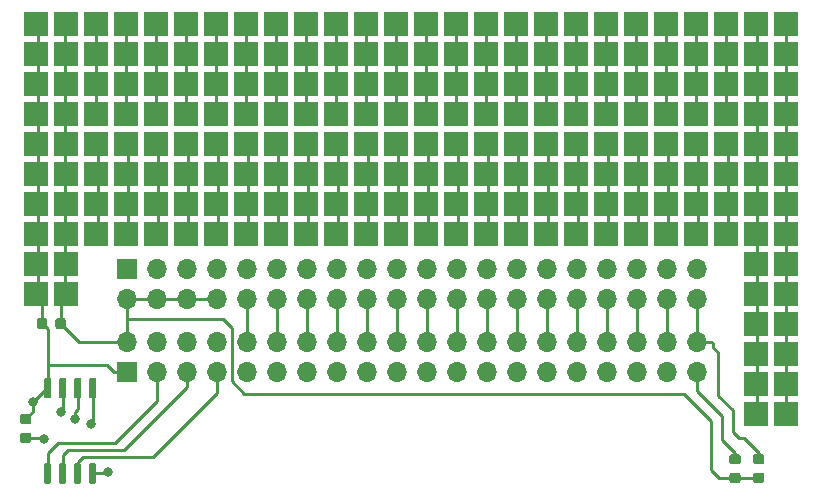
<source format=gtl>
G04 #@! TF.GenerationSoftware,KiCad,Pcbnew,(5.1.4-0)*
G04 #@! TF.CreationDate,2019-11-08T19:26:01-06:00*
G04 #@! TF.ProjectId,cartprotoboardmini,63617274-7072-46f7-946f-626f6172646d,rev?*
G04 #@! TF.SameCoordinates,Original*
G04 #@! TF.FileFunction,Copper,L1,Top*
G04 #@! TF.FilePolarity,Positive*
%FSLAX46Y46*%
G04 Gerber Fmt 4.6, Leading zero omitted, Abs format (unit mm)*
G04 Created by KiCad (PCBNEW (5.1.4-0)) date 2019-11-08 19:26:01*
%MOMM*%
%LPD*%
G04 APERTURE LIST*
%ADD10R,2.000000X2.000000*%
%ADD11R,1.700000X1.700000*%
%ADD12O,1.700000X1.700000*%
%ADD13C,0.100000*%
%ADD14C,0.875000*%
%ADD15C,0.600000*%
%ADD16C,0.800000*%
%ADD17C,0.250000*%
G04 APERTURE END LIST*
D10*
X111960000Y-44330000D03*
X114500000Y-44330000D03*
X117040000Y-44330000D03*
X119580000Y-44330000D03*
X122120000Y-44330000D03*
X124660000Y-44330000D03*
X127200000Y-44330000D03*
X129740000Y-44330000D03*
X132280000Y-44330000D03*
X134820000Y-44330000D03*
X137360000Y-44330000D03*
X139900000Y-44330000D03*
X142440000Y-44330000D03*
X144980000Y-44330000D03*
X147520000Y-44330000D03*
X150060000Y-44330000D03*
X152600000Y-44330000D03*
X155140000Y-44330000D03*
X157680000Y-44330000D03*
X160220000Y-44330000D03*
X162760000Y-44330000D03*
X165300000Y-44330000D03*
X167840000Y-44330000D03*
X106880000Y-44330000D03*
X109420000Y-44330000D03*
X104340000Y-44330000D03*
D11*
X112000000Y-73800000D03*
D12*
X112000000Y-71260000D03*
X114540000Y-73800000D03*
X114540000Y-71260000D03*
X117080000Y-73800000D03*
X117080000Y-71260000D03*
X119620000Y-73800000D03*
X119620000Y-71260000D03*
X122160000Y-73800000D03*
X122160000Y-71260000D03*
X124700000Y-73800000D03*
X124700000Y-71260000D03*
X127240000Y-73800000D03*
X127240000Y-71260000D03*
X129780000Y-73800000D03*
X129780000Y-71260000D03*
X132320000Y-73800000D03*
X132320000Y-71260000D03*
X134860000Y-73800000D03*
X134860000Y-71260000D03*
X137400000Y-73800000D03*
X137400000Y-71260000D03*
X139940000Y-73800000D03*
X139940000Y-71260000D03*
X142480000Y-73800000D03*
X142480000Y-71260000D03*
X145020000Y-73800000D03*
X145020000Y-71260000D03*
X147560000Y-73800000D03*
X147560000Y-71260000D03*
X150100000Y-73800000D03*
X150100000Y-71260000D03*
X152640000Y-73800000D03*
X152640000Y-71260000D03*
X155180000Y-73800000D03*
X155180000Y-71260000D03*
X157720000Y-73800000D03*
X157720000Y-71260000D03*
X160260000Y-73800000D03*
X160260000Y-71260000D03*
D11*
X112000000Y-65100000D03*
D12*
X112000000Y-67640000D03*
X114540000Y-65100000D03*
X114540000Y-67640000D03*
X117080000Y-65100000D03*
X117080000Y-67640000D03*
X119620000Y-65100000D03*
X119620000Y-67640000D03*
X122160000Y-65100000D03*
X122160000Y-67640000D03*
X124700000Y-65100000D03*
X124700000Y-67640000D03*
X127240000Y-65100000D03*
X127240000Y-67640000D03*
X129780000Y-65100000D03*
X129780000Y-67640000D03*
X132320000Y-65100000D03*
X132320000Y-67640000D03*
X134860000Y-65100000D03*
X134860000Y-67640000D03*
X137400000Y-65100000D03*
X137400000Y-67640000D03*
X139940000Y-65100000D03*
X139940000Y-67640000D03*
X142480000Y-65100000D03*
X142480000Y-67640000D03*
X145020000Y-65100000D03*
X145020000Y-67640000D03*
X147560000Y-65100000D03*
X147560000Y-67640000D03*
X150100000Y-65100000D03*
X150100000Y-67640000D03*
X152640000Y-65100000D03*
X152640000Y-67640000D03*
X155180000Y-65100000D03*
X155180000Y-67640000D03*
X157720000Y-65100000D03*
X157720000Y-67640000D03*
X160260000Y-65100000D03*
X160260000Y-67640000D03*
D13*
G36*
X103719191Y-78964053D02*
G01*
X103740426Y-78967203D01*
X103761250Y-78972419D01*
X103781462Y-78979651D01*
X103800868Y-78988830D01*
X103819281Y-78999866D01*
X103836524Y-79012654D01*
X103852430Y-79027070D01*
X103866846Y-79042976D01*
X103879634Y-79060219D01*
X103890670Y-79078632D01*
X103899849Y-79098038D01*
X103907081Y-79118250D01*
X103912297Y-79139074D01*
X103915447Y-79160309D01*
X103916500Y-79181750D01*
X103916500Y-79619250D01*
X103915447Y-79640691D01*
X103912297Y-79661926D01*
X103907081Y-79682750D01*
X103899849Y-79702962D01*
X103890670Y-79722368D01*
X103879634Y-79740781D01*
X103866846Y-79758024D01*
X103852430Y-79773930D01*
X103836524Y-79788346D01*
X103819281Y-79801134D01*
X103800868Y-79812170D01*
X103781462Y-79821349D01*
X103761250Y-79828581D01*
X103740426Y-79833797D01*
X103719191Y-79836947D01*
X103697750Y-79838000D01*
X103185250Y-79838000D01*
X103163809Y-79836947D01*
X103142574Y-79833797D01*
X103121750Y-79828581D01*
X103101538Y-79821349D01*
X103082132Y-79812170D01*
X103063719Y-79801134D01*
X103046476Y-79788346D01*
X103030570Y-79773930D01*
X103016154Y-79758024D01*
X103003366Y-79740781D01*
X102992330Y-79722368D01*
X102983151Y-79702962D01*
X102975919Y-79682750D01*
X102970703Y-79661926D01*
X102967553Y-79640691D01*
X102966500Y-79619250D01*
X102966500Y-79181750D01*
X102967553Y-79160309D01*
X102970703Y-79139074D01*
X102975919Y-79118250D01*
X102983151Y-79098038D01*
X102992330Y-79078632D01*
X103003366Y-79060219D01*
X103016154Y-79042976D01*
X103030570Y-79027070D01*
X103046476Y-79012654D01*
X103063719Y-78999866D01*
X103082132Y-78988830D01*
X103101538Y-78979651D01*
X103121750Y-78972419D01*
X103142574Y-78967203D01*
X103163809Y-78964053D01*
X103185250Y-78963000D01*
X103697750Y-78963000D01*
X103719191Y-78964053D01*
X103719191Y-78964053D01*
G37*
D14*
X103441500Y-79400500D03*
D13*
G36*
X103719191Y-77389053D02*
G01*
X103740426Y-77392203D01*
X103761250Y-77397419D01*
X103781462Y-77404651D01*
X103800868Y-77413830D01*
X103819281Y-77424866D01*
X103836524Y-77437654D01*
X103852430Y-77452070D01*
X103866846Y-77467976D01*
X103879634Y-77485219D01*
X103890670Y-77503632D01*
X103899849Y-77523038D01*
X103907081Y-77543250D01*
X103912297Y-77564074D01*
X103915447Y-77585309D01*
X103916500Y-77606750D01*
X103916500Y-78044250D01*
X103915447Y-78065691D01*
X103912297Y-78086926D01*
X103907081Y-78107750D01*
X103899849Y-78127962D01*
X103890670Y-78147368D01*
X103879634Y-78165781D01*
X103866846Y-78183024D01*
X103852430Y-78198930D01*
X103836524Y-78213346D01*
X103819281Y-78226134D01*
X103800868Y-78237170D01*
X103781462Y-78246349D01*
X103761250Y-78253581D01*
X103740426Y-78258797D01*
X103719191Y-78261947D01*
X103697750Y-78263000D01*
X103185250Y-78263000D01*
X103163809Y-78261947D01*
X103142574Y-78258797D01*
X103121750Y-78253581D01*
X103101538Y-78246349D01*
X103082132Y-78237170D01*
X103063719Y-78226134D01*
X103046476Y-78213346D01*
X103030570Y-78198930D01*
X103016154Y-78183024D01*
X103003366Y-78165781D01*
X102992330Y-78147368D01*
X102983151Y-78127962D01*
X102975919Y-78107750D01*
X102970703Y-78086926D01*
X102967553Y-78065691D01*
X102966500Y-78044250D01*
X102966500Y-77606750D01*
X102967553Y-77585309D01*
X102970703Y-77564074D01*
X102975919Y-77543250D01*
X102983151Y-77523038D01*
X102992330Y-77503632D01*
X103003366Y-77485219D01*
X103016154Y-77467976D01*
X103030570Y-77452070D01*
X103046476Y-77437654D01*
X103063719Y-77424866D01*
X103082132Y-77413830D01*
X103101538Y-77404651D01*
X103121750Y-77397419D01*
X103142574Y-77392203D01*
X103163809Y-77389053D01*
X103185250Y-77388000D01*
X103697750Y-77388000D01*
X103719191Y-77389053D01*
X103719191Y-77389053D01*
G37*
D14*
X103441500Y-77825500D03*
D10*
X106880000Y-67190000D03*
X104340000Y-67190000D03*
X104340000Y-64650000D03*
X106880000Y-64650000D03*
X167840000Y-77350000D03*
X165300000Y-77350000D03*
X165300000Y-74810000D03*
X167840000Y-74810000D03*
X167840000Y-72270000D03*
X165300000Y-72270000D03*
X165300000Y-69730000D03*
X167840000Y-69730000D03*
X167840000Y-67190000D03*
X165300000Y-67190000D03*
X165300000Y-64650000D03*
X167840000Y-64650000D03*
X104340000Y-49410000D03*
X104340000Y-54490000D03*
X104340000Y-46870000D03*
X104340000Y-62110000D03*
X104340000Y-57030000D03*
X104340000Y-59570000D03*
X104340000Y-51950000D03*
X106880000Y-62110000D03*
X109420000Y-46870000D03*
X109420000Y-54490000D03*
X109420000Y-57030000D03*
X106880000Y-57030000D03*
X109420000Y-51950000D03*
X106880000Y-49410000D03*
X106880000Y-59570000D03*
X109420000Y-62110000D03*
X106880000Y-51950000D03*
X109420000Y-59570000D03*
X106880000Y-54490000D03*
X109420000Y-49410000D03*
X106880000Y-46870000D03*
X167840000Y-62110000D03*
X167840000Y-57030000D03*
X167840000Y-49410000D03*
X167840000Y-59570000D03*
X167840000Y-51950000D03*
X167840000Y-54490000D03*
X167840000Y-46870000D03*
X162760000Y-62110000D03*
X165300000Y-46870000D03*
X165300000Y-54490000D03*
X165300000Y-57030000D03*
X162760000Y-57030000D03*
X165300000Y-51950000D03*
X162760000Y-49410000D03*
X162760000Y-59570000D03*
X165300000Y-62110000D03*
X162760000Y-51950000D03*
X165300000Y-59570000D03*
X162760000Y-54490000D03*
X165300000Y-49410000D03*
X162760000Y-46870000D03*
X157680000Y-62110000D03*
X160220000Y-46870000D03*
X160220000Y-54490000D03*
X160220000Y-57030000D03*
X157680000Y-57030000D03*
X160220000Y-51950000D03*
X157680000Y-49410000D03*
X157680000Y-59570000D03*
X160220000Y-62110000D03*
X157680000Y-51950000D03*
X160220000Y-59570000D03*
X157680000Y-54490000D03*
X160220000Y-49410000D03*
X157680000Y-46870000D03*
X152600000Y-62110000D03*
X155140000Y-46870000D03*
X155140000Y-54490000D03*
X155140000Y-57030000D03*
X152600000Y-57030000D03*
X155140000Y-51950000D03*
X152600000Y-49410000D03*
X152600000Y-59570000D03*
X155140000Y-62110000D03*
X152600000Y-51950000D03*
X155140000Y-59570000D03*
X152600000Y-54490000D03*
X155140000Y-49410000D03*
X152600000Y-46870000D03*
X147520000Y-62110000D03*
X150060000Y-46870000D03*
X150060000Y-54490000D03*
X150060000Y-57030000D03*
X147520000Y-57030000D03*
X150060000Y-51950000D03*
X147520000Y-49410000D03*
X147520000Y-59570000D03*
X150060000Y-62110000D03*
X147520000Y-51950000D03*
X150060000Y-59570000D03*
X147520000Y-54490000D03*
X150060000Y-49410000D03*
X147520000Y-46870000D03*
X142440000Y-62110000D03*
X144980000Y-46870000D03*
X144980000Y-54490000D03*
X144980000Y-57030000D03*
X142440000Y-57030000D03*
X144980000Y-51950000D03*
X142440000Y-49410000D03*
X142440000Y-59570000D03*
X144980000Y-62110000D03*
X142440000Y-51950000D03*
X144980000Y-59570000D03*
X142440000Y-54490000D03*
X144980000Y-49410000D03*
X142440000Y-46870000D03*
X137360000Y-62110000D03*
X139900000Y-46870000D03*
X139900000Y-54490000D03*
X139900000Y-57030000D03*
X137360000Y-57030000D03*
X139900000Y-51950000D03*
X137360000Y-49410000D03*
X137360000Y-59570000D03*
X139900000Y-62110000D03*
X137360000Y-51950000D03*
X139900000Y-59570000D03*
X137360000Y-54490000D03*
X139900000Y-49410000D03*
X137360000Y-46870000D03*
X132280000Y-62110000D03*
X134820000Y-46870000D03*
X134820000Y-54490000D03*
X134820000Y-57030000D03*
X132280000Y-57030000D03*
X134820000Y-51950000D03*
X132280000Y-49410000D03*
X132280000Y-59570000D03*
X134820000Y-62110000D03*
X132280000Y-51950000D03*
X134820000Y-59570000D03*
X132280000Y-54490000D03*
X134820000Y-49410000D03*
X132280000Y-46870000D03*
X127200000Y-62110000D03*
X129740000Y-46870000D03*
X129740000Y-54490000D03*
X129740000Y-57030000D03*
X127200000Y-57030000D03*
X129740000Y-51950000D03*
X127200000Y-49410000D03*
X127200000Y-59570000D03*
X129740000Y-62110000D03*
X127200000Y-51950000D03*
X129740000Y-59570000D03*
X127200000Y-54490000D03*
X129740000Y-49410000D03*
X127200000Y-46870000D03*
X122120000Y-62110000D03*
X124660000Y-46870000D03*
X124660000Y-54490000D03*
X124660000Y-57030000D03*
X122120000Y-57030000D03*
X124660000Y-51950000D03*
X122120000Y-49410000D03*
X122120000Y-59570000D03*
X124660000Y-62110000D03*
X122120000Y-51950000D03*
X124660000Y-59570000D03*
X122120000Y-54490000D03*
X124660000Y-49410000D03*
X122120000Y-46870000D03*
X117040000Y-62110000D03*
X119580000Y-46870000D03*
X119580000Y-54490000D03*
X119580000Y-57030000D03*
X117040000Y-57030000D03*
X119580000Y-51950000D03*
X117040000Y-49410000D03*
X117040000Y-59570000D03*
X119580000Y-62110000D03*
X117040000Y-51950000D03*
X119580000Y-59570000D03*
X117040000Y-54490000D03*
X119580000Y-49410000D03*
X117040000Y-46870000D03*
X114500000Y-46870000D03*
X111960000Y-49410000D03*
X114500000Y-51950000D03*
X111960000Y-54490000D03*
X114500000Y-57030000D03*
X111960000Y-59570000D03*
X114500000Y-62110000D03*
X111960000Y-46870000D03*
X114500000Y-49410000D03*
X111960000Y-51950000D03*
X114500000Y-54490000D03*
X111960000Y-57030000D03*
X114500000Y-59570000D03*
X111960000Y-62110000D03*
D13*
G36*
X105062691Y-69256053D02*
G01*
X105083926Y-69259203D01*
X105104750Y-69264419D01*
X105124962Y-69271651D01*
X105144368Y-69280830D01*
X105162781Y-69291866D01*
X105180024Y-69304654D01*
X105195930Y-69319070D01*
X105210346Y-69334976D01*
X105223134Y-69352219D01*
X105234170Y-69370632D01*
X105243349Y-69390038D01*
X105250581Y-69410250D01*
X105255797Y-69431074D01*
X105258947Y-69452309D01*
X105260000Y-69473750D01*
X105260000Y-69986250D01*
X105258947Y-70007691D01*
X105255797Y-70028926D01*
X105250581Y-70049750D01*
X105243349Y-70069962D01*
X105234170Y-70089368D01*
X105223134Y-70107781D01*
X105210346Y-70125024D01*
X105195930Y-70140930D01*
X105180024Y-70155346D01*
X105162781Y-70168134D01*
X105144368Y-70179170D01*
X105124962Y-70188349D01*
X105104750Y-70195581D01*
X105083926Y-70200797D01*
X105062691Y-70203947D01*
X105041250Y-70205000D01*
X104603750Y-70205000D01*
X104582309Y-70203947D01*
X104561074Y-70200797D01*
X104540250Y-70195581D01*
X104520038Y-70188349D01*
X104500632Y-70179170D01*
X104482219Y-70168134D01*
X104464976Y-70155346D01*
X104449070Y-70140930D01*
X104434654Y-70125024D01*
X104421866Y-70107781D01*
X104410830Y-70089368D01*
X104401651Y-70069962D01*
X104394419Y-70049750D01*
X104389203Y-70028926D01*
X104386053Y-70007691D01*
X104385000Y-69986250D01*
X104385000Y-69473750D01*
X104386053Y-69452309D01*
X104389203Y-69431074D01*
X104394419Y-69410250D01*
X104401651Y-69390038D01*
X104410830Y-69370632D01*
X104421866Y-69352219D01*
X104434654Y-69334976D01*
X104449070Y-69319070D01*
X104464976Y-69304654D01*
X104482219Y-69291866D01*
X104500632Y-69280830D01*
X104520038Y-69271651D01*
X104540250Y-69264419D01*
X104561074Y-69259203D01*
X104582309Y-69256053D01*
X104603750Y-69255000D01*
X105041250Y-69255000D01*
X105062691Y-69256053D01*
X105062691Y-69256053D01*
G37*
D14*
X104822500Y-69730000D03*
D13*
G36*
X106637691Y-69256053D02*
G01*
X106658926Y-69259203D01*
X106679750Y-69264419D01*
X106699962Y-69271651D01*
X106719368Y-69280830D01*
X106737781Y-69291866D01*
X106755024Y-69304654D01*
X106770930Y-69319070D01*
X106785346Y-69334976D01*
X106798134Y-69352219D01*
X106809170Y-69370632D01*
X106818349Y-69390038D01*
X106825581Y-69410250D01*
X106830797Y-69431074D01*
X106833947Y-69452309D01*
X106835000Y-69473750D01*
X106835000Y-69986250D01*
X106833947Y-70007691D01*
X106830797Y-70028926D01*
X106825581Y-70049750D01*
X106818349Y-70069962D01*
X106809170Y-70089368D01*
X106798134Y-70107781D01*
X106785346Y-70125024D01*
X106770930Y-70140930D01*
X106755024Y-70155346D01*
X106737781Y-70168134D01*
X106719368Y-70179170D01*
X106699962Y-70188349D01*
X106679750Y-70195581D01*
X106658926Y-70200797D01*
X106637691Y-70203947D01*
X106616250Y-70205000D01*
X106178750Y-70205000D01*
X106157309Y-70203947D01*
X106136074Y-70200797D01*
X106115250Y-70195581D01*
X106095038Y-70188349D01*
X106075632Y-70179170D01*
X106057219Y-70168134D01*
X106039976Y-70155346D01*
X106024070Y-70140930D01*
X106009654Y-70125024D01*
X105996866Y-70107781D01*
X105985830Y-70089368D01*
X105976651Y-70069962D01*
X105969419Y-70049750D01*
X105964203Y-70028926D01*
X105961053Y-70007691D01*
X105960000Y-69986250D01*
X105960000Y-69473750D01*
X105961053Y-69452309D01*
X105964203Y-69431074D01*
X105969419Y-69410250D01*
X105976651Y-69390038D01*
X105985830Y-69370632D01*
X105996866Y-69352219D01*
X106009654Y-69334976D01*
X106024070Y-69319070D01*
X106039976Y-69304654D01*
X106057219Y-69291866D01*
X106075632Y-69280830D01*
X106095038Y-69271651D01*
X106115250Y-69264419D01*
X106136074Y-69259203D01*
X106157309Y-69256053D01*
X106178750Y-69255000D01*
X106616250Y-69255000D01*
X106637691Y-69256053D01*
X106637691Y-69256053D01*
G37*
D14*
X106397500Y-69730000D03*
D13*
G36*
X163777691Y-80776053D02*
G01*
X163798926Y-80779203D01*
X163819750Y-80784419D01*
X163839962Y-80791651D01*
X163859368Y-80800830D01*
X163877781Y-80811866D01*
X163895024Y-80824654D01*
X163910930Y-80839070D01*
X163925346Y-80854976D01*
X163938134Y-80872219D01*
X163949170Y-80890632D01*
X163958349Y-80910038D01*
X163965581Y-80930250D01*
X163970797Y-80951074D01*
X163973947Y-80972309D01*
X163975000Y-80993750D01*
X163975000Y-81431250D01*
X163973947Y-81452691D01*
X163970797Y-81473926D01*
X163965581Y-81494750D01*
X163958349Y-81514962D01*
X163949170Y-81534368D01*
X163938134Y-81552781D01*
X163925346Y-81570024D01*
X163910930Y-81585930D01*
X163895024Y-81600346D01*
X163877781Y-81613134D01*
X163859368Y-81624170D01*
X163839962Y-81633349D01*
X163819750Y-81640581D01*
X163798926Y-81645797D01*
X163777691Y-81648947D01*
X163756250Y-81650000D01*
X163243750Y-81650000D01*
X163222309Y-81648947D01*
X163201074Y-81645797D01*
X163180250Y-81640581D01*
X163160038Y-81633349D01*
X163140632Y-81624170D01*
X163122219Y-81613134D01*
X163104976Y-81600346D01*
X163089070Y-81585930D01*
X163074654Y-81570024D01*
X163061866Y-81552781D01*
X163050830Y-81534368D01*
X163041651Y-81514962D01*
X163034419Y-81494750D01*
X163029203Y-81473926D01*
X163026053Y-81452691D01*
X163025000Y-81431250D01*
X163025000Y-80993750D01*
X163026053Y-80972309D01*
X163029203Y-80951074D01*
X163034419Y-80930250D01*
X163041651Y-80910038D01*
X163050830Y-80890632D01*
X163061866Y-80872219D01*
X163074654Y-80854976D01*
X163089070Y-80839070D01*
X163104976Y-80824654D01*
X163122219Y-80811866D01*
X163140632Y-80800830D01*
X163160038Y-80791651D01*
X163180250Y-80784419D01*
X163201074Y-80779203D01*
X163222309Y-80776053D01*
X163243750Y-80775000D01*
X163756250Y-80775000D01*
X163777691Y-80776053D01*
X163777691Y-80776053D01*
G37*
D14*
X163500000Y-81212500D03*
D13*
G36*
X163777691Y-82351053D02*
G01*
X163798926Y-82354203D01*
X163819750Y-82359419D01*
X163839962Y-82366651D01*
X163859368Y-82375830D01*
X163877781Y-82386866D01*
X163895024Y-82399654D01*
X163910930Y-82414070D01*
X163925346Y-82429976D01*
X163938134Y-82447219D01*
X163949170Y-82465632D01*
X163958349Y-82485038D01*
X163965581Y-82505250D01*
X163970797Y-82526074D01*
X163973947Y-82547309D01*
X163975000Y-82568750D01*
X163975000Y-83006250D01*
X163973947Y-83027691D01*
X163970797Y-83048926D01*
X163965581Y-83069750D01*
X163958349Y-83089962D01*
X163949170Y-83109368D01*
X163938134Y-83127781D01*
X163925346Y-83145024D01*
X163910930Y-83160930D01*
X163895024Y-83175346D01*
X163877781Y-83188134D01*
X163859368Y-83199170D01*
X163839962Y-83208349D01*
X163819750Y-83215581D01*
X163798926Y-83220797D01*
X163777691Y-83223947D01*
X163756250Y-83225000D01*
X163243750Y-83225000D01*
X163222309Y-83223947D01*
X163201074Y-83220797D01*
X163180250Y-83215581D01*
X163160038Y-83208349D01*
X163140632Y-83199170D01*
X163122219Y-83188134D01*
X163104976Y-83175346D01*
X163089070Y-83160930D01*
X163074654Y-83145024D01*
X163061866Y-83127781D01*
X163050830Y-83109368D01*
X163041651Y-83089962D01*
X163034419Y-83069750D01*
X163029203Y-83048926D01*
X163026053Y-83027691D01*
X163025000Y-83006250D01*
X163025000Y-82568750D01*
X163026053Y-82547309D01*
X163029203Y-82526074D01*
X163034419Y-82505250D01*
X163041651Y-82485038D01*
X163050830Y-82465632D01*
X163061866Y-82447219D01*
X163074654Y-82429976D01*
X163089070Y-82414070D01*
X163104976Y-82399654D01*
X163122219Y-82386866D01*
X163140632Y-82375830D01*
X163160038Y-82366651D01*
X163180250Y-82359419D01*
X163201074Y-82354203D01*
X163222309Y-82351053D01*
X163243750Y-82350000D01*
X163756250Y-82350000D01*
X163777691Y-82351053D01*
X163777691Y-82351053D01*
G37*
D14*
X163500000Y-82787500D03*
D13*
G36*
X105459703Y-74325722D02*
G01*
X105474264Y-74327882D01*
X105488543Y-74331459D01*
X105502403Y-74336418D01*
X105515710Y-74342712D01*
X105528336Y-74350280D01*
X105540159Y-74359048D01*
X105551066Y-74368934D01*
X105560952Y-74379841D01*
X105569720Y-74391664D01*
X105577288Y-74404290D01*
X105583582Y-74417597D01*
X105588541Y-74431457D01*
X105592118Y-74445736D01*
X105594278Y-74460297D01*
X105595000Y-74475000D01*
X105595000Y-75900000D01*
X105594278Y-75914703D01*
X105592118Y-75929264D01*
X105588541Y-75943543D01*
X105583582Y-75957403D01*
X105577288Y-75970710D01*
X105569720Y-75983336D01*
X105560952Y-75995159D01*
X105551066Y-76006066D01*
X105540159Y-76015952D01*
X105528336Y-76024720D01*
X105515710Y-76032288D01*
X105502403Y-76038582D01*
X105488543Y-76043541D01*
X105474264Y-76047118D01*
X105459703Y-76049278D01*
X105445000Y-76050000D01*
X105145000Y-76050000D01*
X105130297Y-76049278D01*
X105115736Y-76047118D01*
X105101457Y-76043541D01*
X105087597Y-76038582D01*
X105074290Y-76032288D01*
X105061664Y-76024720D01*
X105049841Y-76015952D01*
X105038934Y-76006066D01*
X105029048Y-75995159D01*
X105020280Y-75983336D01*
X105012712Y-75970710D01*
X105006418Y-75957403D01*
X105001459Y-75943543D01*
X104997882Y-75929264D01*
X104995722Y-75914703D01*
X104995000Y-75900000D01*
X104995000Y-74475000D01*
X104995722Y-74460297D01*
X104997882Y-74445736D01*
X105001459Y-74431457D01*
X105006418Y-74417597D01*
X105012712Y-74404290D01*
X105020280Y-74391664D01*
X105029048Y-74379841D01*
X105038934Y-74368934D01*
X105049841Y-74359048D01*
X105061664Y-74350280D01*
X105074290Y-74342712D01*
X105087597Y-74336418D01*
X105101457Y-74331459D01*
X105115736Y-74327882D01*
X105130297Y-74325722D01*
X105145000Y-74325000D01*
X105445000Y-74325000D01*
X105459703Y-74325722D01*
X105459703Y-74325722D01*
G37*
D15*
X105295000Y-75187500D03*
D13*
G36*
X106729703Y-74325722D02*
G01*
X106744264Y-74327882D01*
X106758543Y-74331459D01*
X106772403Y-74336418D01*
X106785710Y-74342712D01*
X106798336Y-74350280D01*
X106810159Y-74359048D01*
X106821066Y-74368934D01*
X106830952Y-74379841D01*
X106839720Y-74391664D01*
X106847288Y-74404290D01*
X106853582Y-74417597D01*
X106858541Y-74431457D01*
X106862118Y-74445736D01*
X106864278Y-74460297D01*
X106865000Y-74475000D01*
X106865000Y-75900000D01*
X106864278Y-75914703D01*
X106862118Y-75929264D01*
X106858541Y-75943543D01*
X106853582Y-75957403D01*
X106847288Y-75970710D01*
X106839720Y-75983336D01*
X106830952Y-75995159D01*
X106821066Y-76006066D01*
X106810159Y-76015952D01*
X106798336Y-76024720D01*
X106785710Y-76032288D01*
X106772403Y-76038582D01*
X106758543Y-76043541D01*
X106744264Y-76047118D01*
X106729703Y-76049278D01*
X106715000Y-76050000D01*
X106415000Y-76050000D01*
X106400297Y-76049278D01*
X106385736Y-76047118D01*
X106371457Y-76043541D01*
X106357597Y-76038582D01*
X106344290Y-76032288D01*
X106331664Y-76024720D01*
X106319841Y-76015952D01*
X106308934Y-76006066D01*
X106299048Y-75995159D01*
X106290280Y-75983336D01*
X106282712Y-75970710D01*
X106276418Y-75957403D01*
X106271459Y-75943543D01*
X106267882Y-75929264D01*
X106265722Y-75914703D01*
X106265000Y-75900000D01*
X106265000Y-74475000D01*
X106265722Y-74460297D01*
X106267882Y-74445736D01*
X106271459Y-74431457D01*
X106276418Y-74417597D01*
X106282712Y-74404290D01*
X106290280Y-74391664D01*
X106299048Y-74379841D01*
X106308934Y-74368934D01*
X106319841Y-74359048D01*
X106331664Y-74350280D01*
X106344290Y-74342712D01*
X106357597Y-74336418D01*
X106371457Y-74331459D01*
X106385736Y-74327882D01*
X106400297Y-74325722D01*
X106415000Y-74325000D01*
X106715000Y-74325000D01*
X106729703Y-74325722D01*
X106729703Y-74325722D01*
G37*
D15*
X106565000Y-75187500D03*
D13*
G36*
X107999703Y-74325722D02*
G01*
X108014264Y-74327882D01*
X108028543Y-74331459D01*
X108042403Y-74336418D01*
X108055710Y-74342712D01*
X108068336Y-74350280D01*
X108080159Y-74359048D01*
X108091066Y-74368934D01*
X108100952Y-74379841D01*
X108109720Y-74391664D01*
X108117288Y-74404290D01*
X108123582Y-74417597D01*
X108128541Y-74431457D01*
X108132118Y-74445736D01*
X108134278Y-74460297D01*
X108135000Y-74475000D01*
X108135000Y-75900000D01*
X108134278Y-75914703D01*
X108132118Y-75929264D01*
X108128541Y-75943543D01*
X108123582Y-75957403D01*
X108117288Y-75970710D01*
X108109720Y-75983336D01*
X108100952Y-75995159D01*
X108091066Y-76006066D01*
X108080159Y-76015952D01*
X108068336Y-76024720D01*
X108055710Y-76032288D01*
X108042403Y-76038582D01*
X108028543Y-76043541D01*
X108014264Y-76047118D01*
X107999703Y-76049278D01*
X107985000Y-76050000D01*
X107685000Y-76050000D01*
X107670297Y-76049278D01*
X107655736Y-76047118D01*
X107641457Y-76043541D01*
X107627597Y-76038582D01*
X107614290Y-76032288D01*
X107601664Y-76024720D01*
X107589841Y-76015952D01*
X107578934Y-76006066D01*
X107569048Y-75995159D01*
X107560280Y-75983336D01*
X107552712Y-75970710D01*
X107546418Y-75957403D01*
X107541459Y-75943543D01*
X107537882Y-75929264D01*
X107535722Y-75914703D01*
X107535000Y-75900000D01*
X107535000Y-74475000D01*
X107535722Y-74460297D01*
X107537882Y-74445736D01*
X107541459Y-74431457D01*
X107546418Y-74417597D01*
X107552712Y-74404290D01*
X107560280Y-74391664D01*
X107569048Y-74379841D01*
X107578934Y-74368934D01*
X107589841Y-74359048D01*
X107601664Y-74350280D01*
X107614290Y-74342712D01*
X107627597Y-74336418D01*
X107641457Y-74331459D01*
X107655736Y-74327882D01*
X107670297Y-74325722D01*
X107685000Y-74325000D01*
X107985000Y-74325000D01*
X107999703Y-74325722D01*
X107999703Y-74325722D01*
G37*
D15*
X107835000Y-75187500D03*
D13*
G36*
X109269703Y-74325722D02*
G01*
X109284264Y-74327882D01*
X109298543Y-74331459D01*
X109312403Y-74336418D01*
X109325710Y-74342712D01*
X109338336Y-74350280D01*
X109350159Y-74359048D01*
X109361066Y-74368934D01*
X109370952Y-74379841D01*
X109379720Y-74391664D01*
X109387288Y-74404290D01*
X109393582Y-74417597D01*
X109398541Y-74431457D01*
X109402118Y-74445736D01*
X109404278Y-74460297D01*
X109405000Y-74475000D01*
X109405000Y-75900000D01*
X109404278Y-75914703D01*
X109402118Y-75929264D01*
X109398541Y-75943543D01*
X109393582Y-75957403D01*
X109387288Y-75970710D01*
X109379720Y-75983336D01*
X109370952Y-75995159D01*
X109361066Y-76006066D01*
X109350159Y-76015952D01*
X109338336Y-76024720D01*
X109325710Y-76032288D01*
X109312403Y-76038582D01*
X109298543Y-76043541D01*
X109284264Y-76047118D01*
X109269703Y-76049278D01*
X109255000Y-76050000D01*
X108955000Y-76050000D01*
X108940297Y-76049278D01*
X108925736Y-76047118D01*
X108911457Y-76043541D01*
X108897597Y-76038582D01*
X108884290Y-76032288D01*
X108871664Y-76024720D01*
X108859841Y-76015952D01*
X108848934Y-76006066D01*
X108839048Y-75995159D01*
X108830280Y-75983336D01*
X108822712Y-75970710D01*
X108816418Y-75957403D01*
X108811459Y-75943543D01*
X108807882Y-75929264D01*
X108805722Y-75914703D01*
X108805000Y-75900000D01*
X108805000Y-74475000D01*
X108805722Y-74460297D01*
X108807882Y-74445736D01*
X108811459Y-74431457D01*
X108816418Y-74417597D01*
X108822712Y-74404290D01*
X108830280Y-74391664D01*
X108839048Y-74379841D01*
X108848934Y-74368934D01*
X108859841Y-74359048D01*
X108871664Y-74350280D01*
X108884290Y-74342712D01*
X108897597Y-74336418D01*
X108911457Y-74331459D01*
X108925736Y-74327882D01*
X108940297Y-74325722D01*
X108955000Y-74325000D01*
X109255000Y-74325000D01*
X109269703Y-74325722D01*
X109269703Y-74325722D01*
G37*
D15*
X109105000Y-75187500D03*
D13*
G36*
X109269703Y-81550722D02*
G01*
X109284264Y-81552882D01*
X109298543Y-81556459D01*
X109312403Y-81561418D01*
X109325710Y-81567712D01*
X109338336Y-81575280D01*
X109350159Y-81584048D01*
X109361066Y-81593934D01*
X109370952Y-81604841D01*
X109379720Y-81616664D01*
X109387288Y-81629290D01*
X109393582Y-81642597D01*
X109398541Y-81656457D01*
X109402118Y-81670736D01*
X109404278Y-81685297D01*
X109405000Y-81700000D01*
X109405000Y-83125000D01*
X109404278Y-83139703D01*
X109402118Y-83154264D01*
X109398541Y-83168543D01*
X109393582Y-83182403D01*
X109387288Y-83195710D01*
X109379720Y-83208336D01*
X109370952Y-83220159D01*
X109361066Y-83231066D01*
X109350159Y-83240952D01*
X109338336Y-83249720D01*
X109325710Y-83257288D01*
X109312403Y-83263582D01*
X109298543Y-83268541D01*
X109284264Y-83272118D01*
X109269703Y-83274278D01*
X109255000Y-83275000D01*
X108955000Y-83275000D01*
X108940297Y-83274278D01*
X108925736Y-83272118D01*
X108911457Y-83268541D01*
X108897597Y-83263582D01*
X108884290Y-83257288D01*
X108871664Y-83249720D01*
X108859841Y-83240952D01*
X108848934Y-83231066D01*
X108839048Y-83220159D01*
X108830280Y-83208336D01*
X108822712Y-83195710D01*
X108816418Y-83182403D01*
X108811459Y-83168543D01*
X108807882Y-83154264D01*
X108805722Y-83139703D01*
X108805000Y-83125000D01*
X108805000Y-81700000D01*
X108805722Y-81685297D01*
X108807882Y-81670736D01*
X108811459Y-81656457D01*
X108816418Y-81642597D01*
X108822712Y-81629290D01*
X108830280Y-81616664D01*
X108839048Y-81604841D01*
X108848934Y-81593934D01*
X108859841Y-81584048D01*
X108871664Y-81575280D01*
X108884290Y-81567712D01*
X108897597Y-81561418D01*
X108911457Y-81556459D01*
X108925736Y-81552882D01*
X108940297Y-81550722D01*
X108955000Y-81550000D01*
X109255000Y-81550000D01*
X109269703Y-81550722D01*
X109269703Y-81550722D01*
G37*
D15*
X109105000Y-82412500D03*
D13*
G36*
X107999703Y-81550722D02*
G01*
X108014264Y-81552882D01*
X108028543Y-81556459D01*
X108042403Y-81561418D01*
X108055710Y-81567712D01*
X108068336Y-81575280D01*
X108080159Y-81584048D01*
X108091066Y-81593934D01*
X108100952Y-81604841D01*
X108109720Y-81616664D01*
X108117288Y-81629290D01*
X108123582Y-81642597D01*
X108128541Y-81656457D01*
X108132118Y-81670736D01*
X108134278Y-81685297D01*
X108135000Y-81700000D01*
X108135000Y-83125000D01*
X108134278Y-83139703D01*
X108132118Y-83154264D01*
X108128541Y-83168543D01*
X108123582Y-83182403D01*
X108117288Y-83195710D01*
X108109720Y-83208336D01*
X108100952Y-83220159D01*
X108091066Y-83231066D01*
X108080159Y-83240952D01*
X108068336Y-83249720D01*
X108055710Y-83257288D01*
X108042403Y-83263582D01*
X108028543Y-83268541D01*
X108014264Y-83272118D01*
X107999703Y-83274278D01*
X107985000Y-83275000D01*
X107685000Y-83275000D01*
X107670297Y-83274278D01*
X107655736Y-83272118D01*
X107641457Y-83268541D01*
X107627597Y-83263582D01*
X107614290Y-83257288D01*
X107601664Y-83249720D01*
X107589841Y-83240952D01*
X107578934Y-83231066D01*
X107569048Y-83220159D01*
X107560280Y-83208336D01*
X107552712Y-83195710D01*
X107546418Y-83182403D01*
X107541459Y-83168543D01*
X107537882Y-83154264D01*
X107535722Y-83139703D01*
X107535000Y-83125000D01*
X107535000Y-81700000D01*
X107535722Y-81685297D01*
X107537882Y-81670736D01*
X107541459Y-81656457D01*
X107546418Y-81642597D01*
X107552712Y-81629290D01*
X107560280Y-81616664D01*
X107569048Y-81604841D01*
X107578934Y-81593934D01*
X107589841Y-81584048D01*
X107601664Y-81575280D01*
X107614290Y-81567712D01*
X107627597Y-81561418D01*
X107641457Y-81556459D01*
X107655736Y-81552882D01*
X107670297Y-81550722D01*
X107685000Y-81550000D01*
X107985000Y-81550000D01*
X107999703Y-81550722D01*
X107999703Y-81550722D01*
G37*
D15*
X107835000Y-82412500D03*
D13*
G36*
X106729703Y-81550722D02*
G01*
X106744264Y-81552882D01*
X106758543Y-81556459D01*
X106772403Y-81561418D01*
X106785710Y-81567712D01*
X106798336Y-81575280D01*
X106810159Y-81584048D01*
X106821066Y-81593934D01*
X106830952Y-81604841D01*
X106839720Y-81616664D01*
X106847288Y-81629290D01*
X106853582Y-81642597D01*
X106858541Y-81656457D01*
X106862118Y-81670736D01*
X106864278Y-81685297D01*
X106865000Y-81700000D01*
X106865000Y-83125000D01*
X106864278Y-83139703D01*
X106862118Y-83154264D01*
X106858541Y-83168543D01*
X106853582Y-83182403D01*
X106847288Y-83195710D01*
X106839720Y-83208336D01*
X106830952Y-83220159D01*
X106821066Y-83231066D01*
X106810159Y-83240952D01*
X106798336Y-83249720D01*
X106785710Y-83257288D01*
X106772403Y-83263582D01*
X106758543Y-83268541D01*
X106744264Y-83272118D01*
X106729703Y-83274278D01*
X106715000Y-83275000D01*
X106415000Y-83275000D01*
X106400297Y-83274278D01*
X106385736Y-83272118D01*
X106371457Y-83268541D01*
X106357597Y-83263582D01*
X106344290Y-83257288D01*
X106331664Y-83249720D01*
X106319841Y-83240952D01*
X106308934Y-83231066D01*
X106299048Y-83220159D01*
X106290280Y-83208336D01*
X106282712Y-83195710D01*
X106276418Y-83182403D01*
X106271459Y-83168543D01*
X106267882Y-83154264D01*
X106265722Y-83139703D01*
X106265000Y-83125000D01*
X106265000Y-81700000D01*
X106265722Y-81685297D01*
X106267882Y-81670736D01*
X106271459Y-81656457D01*
X106276418Y-81642597D01*
X106282712Y-81629290D01*
X106290280Y-81616664D01*
X106299048Y-81604841D01*
X106308934Y-81593934D01*
X106319841Y-81584048D01*
X106331664Y-81575280D01*
X106344290Y-81567712D01*
X106357597Y-81561418D01*
X106371457Y-81556459D01*
X106385736Y-81552882D01*
X106400297Y-81550722D01*
X106415000Y-81550000D01*
X106715000Y-81550000D01*
X106729703Y-81550722D01*
X106729703Y-81550722D01*
G37*
D15*
X106565000Y-82412500D03*
D13*
G36*
X105459703Y-81550722D02*
G01*
X105474264Y-81552882D01*
X105488543Y-81556459D01*
X105502403Y-81561418D01*
X105515710Y-81567712D01*
X105528336Y-81575280D01*
X105540159Y-81584048D01*
X105551066Y-81593934D01*
X105560952Y-81604841D01*
X105569720Y-81616664D01*
X105577288Y-81629290D01*
X105583582Y-81642597D01*
X105588541Y-81656457D01*
X105592118Y-81670736D01*
X105594278Y-81685297D01*
X105595000Y-81700000D01*
X105595000Y-83125000D01*
X105594278Y-83139703D01*
X105592118Y-83154264D01*
X105588541Y-83168543D01*
X105583582Y-83182403D01*
X105577288Y-83195710D01*
X105569720Y-83208336D01*
X105560952Y-83220159D01*
X105551066Y-83231066D01*
X105540159Y-83240952D01*
X105528336Y-83249720D01*
X105515710Y-83257288D01*
X105502403Y-83263582D01*
X105488543Y-83268541D01*
X105474264Y-83272118D01*
X105459703Y-83274278D01*
X105445000Y-83275000D01*
X105145000Y-83275000D01*
X105130297Y-83274278D01*
X105115736Y-83272118D01*
X105101457Y-83268541D01*
X105087597Y-83263582D01*
X105074290Y-83257288D01*
X105061664Y-83249720D01*
X105049841Y-83240952D01*
X105038934Y-83231066D01*
X105029048Y-83220159D01*
X105020280Y-83208336D01*
X105012712Y-83195710D01*
X105006418Y-83182403D01*
X105001459Y-83168543D01*
X104997882Y-83154264D01*
X104995722Y-83139703D01*
X104995000Y-83125000D01*
X104995000Y-81700000D01*
X104995722Y-81685297D01*
X104997882Y-81670736D01*
X105001459Y-81656457D01*
X105006418Y-81642597D01*
X105012712Y-81629290D01*
X105020280Y-81616664D01*
X105029048Y-81604841D01*
X105038934Y-81593934D01*
X105049841Y-81584048D01*
X105061664Y-81575280D01*
X105074290Y-81567712D01*
X105087597Y-81561418D01*
X105101457Y-81556459D01*
X105115736Y-81552882D01*
X105130297Y-81550722D01*
X105145000Y-81550000D01*
X105445000Y-81550000D01*
X105459703Y-81550722D01*
X105459703Y-81550722D01*
G37*
D15*
X105295000Y-82412500D03*
D13*
G36*
X165777691Y-82351053D02*
G01*
X165798926Y-82354203D01*
X165819750Y-82359419D01*
X165839962Y-82366651D01*
X165859368Y-82375830D01*
X165877781Y-82386866D01*
X165895024Y-82399654D01*
X165910930Y-82414070D01*
X165925346Y-82429976D01*
X165938134Y-82447219D01*
X165949170Y-82465632D01*
X165958349Y-82485038D01*
X165965581Y-82505250D01*
X165970797Y-82526074D01*
X165973947Y-82547309D01*
X165975000Y-82568750D01*
X165975000Y-83006250D01*
X165973947Y-83027691D01*
X165970797Y-83048926D01*
X165965581Y-83069750D01*
X165958349Y-83089962D01*
X165949170Y-83109368D01*
X165938134Y-83127781D01*
X165925346Y-83145024D01*
X165910930Y-83160930D01*
X165895024Y-83175346D01*
X165877781Y-83188134D01*
X165859368Y-83199170D01*
X165839962Y-83208349D01*
X165819750Y-83215581D01*
X165798926Y-83220797D01*
X165777691Y-83223947D01*
X165756250Y-83225000D01*
X165243750Y-83225000D01*
X165222309Y-83223947D01*
X165201074Y-83220797D01*
X165180250Y-83215581D01*
X165160038Y-83208349D01*
X165140632Y-83199170D01*
X165122219Y-83188134D01*
X165104976Y-83175346D01*
X165089070Y-83160930D01*
X165074654Y-83145024D01*
X165061866Y-83127781D01*
X165050830Y-83109368D01*
X165041651Y-83089962D01*
X165034419Y-83069750D01*
X165029203Y-83048926D01*
X165026053Y-83027691D01*
X165025000Y-83006250D01*
X165025000Y-82568750D01*
X165026053Y-82547309D01*
X165029203Y-82526074D01*
X165034419Y-82505250D01*
X165041651Y-82485038D01*
X165050830Y-82465632D01*
X165061866Y-82447219D01*
X165074654Y-82429976D01*
X165089070Y-82414070D01*
X165104976Y-82399654D01*
X165122219Y-82386866D01*
X165140632Y-82375830D01*
X165160038Y-82366651D01*
X165180250Y-82359419D01*
X165201074Y-82354203D01*
X165222309Y-82351053D01*
X165243750Y-82350000D01*
X165756250Y-82350000D01*
X165777691Y-82351053D01*
X165777691Y-82351053D01*
G37*
D14*
X165500000Y-82787500D03*
D13*
G36*
X165777691Y-80776053D02*
G01*
X165798926Y-80779203D01*
X165819750Y-80784419D01*
X165839962Y-80791651D01*
X165859368Y-80800830D01*
X165877781Y-80811866D01*
X165895024Y-80824654D01*
X165910930Y-80839070D01*
X165925346Y-80854976D01*
X165938134Y-80872219D01*
X165949170Y-80890632D01*
X165958349Y-80910038D01*
X165965581Y-80930250D01*
X165970797Y-80951074D01*
X165973947Y-80972309D01*
X165975000Y-80993750D01*
X165975000Y-81431250D01*
X165973947Y-81452691D01*
X165970797Y-81473926D01*
X165965581Y-81494750D01*
X165958349Y-81514962D01*
X165949170Y-81534368D01*
X165938134Y-81552781D01*
X165925346Y-81570024D01*
X165910930Y-81585930D01*
X165895024Y-81600346D01*
X165877781Y-81613134D01*
X165859368Y-81624170D01*
X165839962Y-81633349D01*
X165819750Y-81640581D01*
X165798926Y-81645797D01*
X165777691Y-81648947D01*
X165756250Y-81650000D01*
X165243750Y-81650000D01*
X165222309Y-81648947D01*
X165201074Y-81645797D01*
X165180250Y-81640581D01*
X165160038Y-81633349D01*
X165140632Y-81624170D01*
X165122219Y-81613134D01*
X165104976Y-81600346D01*
X165089070Y-81585930D01*
X165074654Y-81570024D01*
X165061866Y-81552781D01*
X165050830Y-81534368D01*
X165041651Y-81514962D01*
X165034419Y-81494750D01*
X165029203Y-81473926D01*
X165026053Y-81452691D01*
X165025000Y-81431250D01*
X165025000Y-80993750D01*
X165026053Y-80972309D01*
X165029203Y-80951074D01*
X165034419Y-80930250D01*
X165041651Y-80910038D01*
X165050830Y-80890632D01*
X165061866Y-80872219D01*
X165074654Y-80854976D01*
X165089070Y-80839070D01*
X165104976Y-80824654D01*
X165122219Y-80811866D01*
X165140632Y-80800830D01*
X165160038Y-80791651D01*
X165180250Y-80784419D01*
X165201074Y-80779203D01*
X165222309Y-80776053D01*
X165243750Y-80775000D01*
X165756250Y-80775000D01*
X165777691Y-80776053D01*
X165777691Y-80776053D01*
G37*
D14*
X165500000Y-81212500D03*
D16*
X104100000Y-76350000D03*
X110450000Y-82300000D03*
X105003500Y-79527500D03*
X106400000Y-77200000D03*
X107600000Y-77800000D03*
X109000000Y-78200000D03*
D17*
X109547000Y-54000000D02*
X109547000Y-62110000D01*
X112087000Y-54000000D02*
X112087000Y-62110000D01*
X114627000Y-54000000D02*
X114627000Y-62110000D01*
X117167000Y-54000000D02*
X117167000Y-62110000D01*
X124787000Y-54000000D02*
X124787000Y-62110000D01*
X122247000Y-54000000D02*
X122247000Y-62110000D01*
X127327000Y-54000000D02*
X127327000Y-62110000D01*
X119707000Y-54000000D02*
X119707000Y-62110000D01*
X134947000Y-54000000D02*
X134947000Y-62110000D01*
X132407000Y-54000000D02*
X132407000Y-62110000D01*
X137487000Y-54000000D02*
X137487000Y-62110000D01*
X129867000Y-54000000D02*
X129867000Y-62110000D01*
X145107000Y-54000000D02*
X145107000Y-62110000D01*
X142567000Y-54000000D02*
X142567000Y-62110000D01*
X147647000Y-54000000D02*
X147647000Y-62110000D01*
X140027000Y-54000000D02*
X140027000Y-62110000D01*
X155267000Y-54000000D02*
X155267000Y-62110000D01*
X152727000Y-54000000D02*
X152727000Y-62110000D01*
X157807000Y-54000000D02*
X157807000Y-62110000D01*
X150187000Y-54000000D02*
X150187000Y-62110000D01*
X162887000Y-54000000D02*
X162887000Y-62110000D01*
X160347000Y-54000000D02*
X160347000Y-62110000D01*
X106740000Y-44000000D02*
X106740000Y-67526000D01*
X104460000Y-44000000D02*
X104460000Y-66540000D01*
X104822500Y-67545500D02*
X104822500Y-69730000D01*
X104467000Y-67190000D02*
X104822500Y-67545500D01*
X106397500Y-67545500D02*
X106753000Y-67190000D01*
X106397500Y-69730000D02*
X106397500Y-67545500D01*
X165173000Y-77096000D02*
X165427000Y-77350000D01*
X165360000Y-44000000D02*
X165360000Y-76800000D01*
X167810000Y-44000000D02*
X167810000Y-76920000D01*
X105295000Y-75187500D02*
X105262500Y-75187500D01*
X105262500Y-75187500D02*
X104100000Y-76350000D01*
X104100000Y-77167000D02*
X103441500Y-77825500D01*
X104100000Y-76350000D02*
X104100000Y-77167000D01*
X105295000Y-70202500D02*
X105140705Y-70048205D01*
X110367000Y-73267000D02*
X105295000Y-73267000D01*
X112000000Y-73800000D02*
X110900000Y-73800000D01*
X110900000Y-73800000D02*
X110367000Y-73267000D01*
X105295000Y-75187500D02*
X105295000Y-73267000D01*
X105295000Y-73267000D02*
X105295000Y-70202500D01*
X150062000Y-44000000D02*
X150062000Y-52185000D01*
X134822000Y-44000000D02*
X134822000Y-52185000D01*
X127202000Y-44000000D02*
X127202000Y-52185000D01*
X122122000Y-44000000D02*
X122122000Y-52185000D01*
X124662000Y-44000000D02*
X124662000Y-52185000D01*
X117042000Y-44000000D02*
X117042000Y-52185000D01*
X114502000Y-44000000D02*
X114502000Y-52185000D01*
X160222000Y-44000000D02*
X160222000Y-52185000D01*
X162762000Y-44000000D02*
X162762000Y-52185000D01*
X157682000Y-44000000D02*
X157682000Y-52185000D01*
X152602000Y-44000000D02*
X152602000Y-52185000D01*
X155142000Y-44000000D02*
X155142000Y-52185000D01*
X139902000Y-44000000D02*
X139902000Y-52185000D01*
X147522000Y-44000000D02*
X147522000Y-52185000D01*
X142442000Y-44000000D02*
X142442000Y-52185000D01*
X144982000Y-44000000D02*
X144982000Y-52185000D01*
X129742000Y-44000000D02*
X129742000Y-52185000D01*
X137362000Y-44000000D02*
X137362000Y-52185000D01*
X132282000Y-44000000D02*
X132282000Y-52185000D01*
X119582000Y-44000000D02*
X119582000Y-52185000D01*
X109427000Y-44000000D02*
X109427000Y-52660000D01*
X111967000Y-44000000D02*
X111967000Y-52660000D01*
X109105000Y-82412500D02*
X110337500Y-82412500D01*
X110337500Y-82412500D02*
X110450000Y-82300000D01*
X112000000Y-71260000D02*
X112000000Y-69350000D01*
X112000000Y-69350000D02*
X112000000Y-67640000D01*
X162137500Y-82787500D02*
X163500000Y-82787500D01*
X161450000Y-82100000D02*
X162137500Y-82787500D01*
X159150000Y-75650000D02*
X161450000Y-77950000D01*
X112000000Y-69350000D02*
X120150000Y-69350000D01*
X120900000Y-74600000D02*
X121950000Y-75650000D01*
X121950000Y-75650000D02*
X159150000Y-75650000D01*
X161450000Y-77950000D02*
X161450000Y-82100000D01*
X120150000Y-69350000D02*
X120900000Y-70100000D01*
X120900000Y-70100000D02*
X120900000Y-74600000D01*
X163500000Y-82787500D02*
X165500000Y-82787500D01*
X104876500Y-79400500D02*
X105003500Y-79527500D01*
X103441500Y-79400500D02*
X104876500Y-79400500D01*
X107927500Y-71260000D02*
X106715705Y-70048205D01*
X112000000Y-71260000D02*
X107927500Y-71260000D01*
X119620000Y-67640000D02*
X112000000Y-67640000D01*
X160260000Y-75410000D02*
X160260000Y-73800000D01*
X162400000Y-77550000D02*
X160260000Y-75410000D01*
X162400000Y-79575000D02*
X162400000Y-77550000D01*
X163500000Y-81212500D02*
X163500000Y-80675000D01*
X163500000Y-80675000D02*
X162400000Y-79575000D01*
X160260000Y-70057919D02*
X160260000Y-67640000D01*
X160260000Y-71260000D02*
X160260000Y-70057919D01*
X163800000Y-79400000D02*
X164250000Y-79400000D01*
X163300000Y-78900000D02*
X163800000Y-79400000D01*
X163300000Y-77050000D02*
X163300000Y-78900000D01*
X165500000Y-80650000D02*
X165500000Y-81212500D01*
X164250000Y-79400000D02*
X165500000Y-80650000D01*
X162100000Y-75850000D02*
X163300000Y-77050000D01*
X160260000Y-71260000D02*
X161462081Y-71260000D01*
X161600000Y-71700000D02*
X162100000Y-72200000D01*
X161462081Y-71260000D02*
X161600000Y-71397919D01*
X161600000Y-71397919D02*
X161600000Y-71700000D01*
X162100000Y-72200000D02*
X162100000Y-75850000D01*
X114540000Y-73800000D02*
X114540000Y-76260000D01*
X114540000Y-76260000D02*
X111000000Y-79800000D01*
X111000000Y-79800000D02*
X106200000Y-79800000D01*
X105295000Y-80705000D02*
X105295000Y-82412500D01*
X106200000Y-79800000D02*
X105295000Y-80705000D01*
X106565000Y-75187500D02*
X106565000Y-77035000D01*
X106565000Y-77035000D02*
X106400000Y-77200000D01*
X117080000Y-73800000D02*
X117080000Y-75120000D01*
X117080000Y-75120000D02*
X111800000Y-80400000D01*
X111800000Y-80400000D02*
X107000000Y-80400000D01*
X106565000Y-80835000D02*
X106565000Y-82412500D01*
X107000000Y-80400000D02*
X106565000Y-80835000D01*
X107835000Y-76999315D02*
X107835000Y-75187500D01*
X107600000Y-77800000D02*
X107600000Y-77234315D01*
X107600000Y-77234315D02*
X107835000Y-76999315D01*
X119620000Y-75580000D02*
X119620000Y-73800000D01*
X108285000Y-81000000D02*
X114200000Y-81000000D01*
X114200000Y-81000000D02*
X119620000Y-75580000D01*
X107835000Y-82412500D02*
X107835000Y-81450000D01*
X107835000Y-81450000D02*
X108285000Y-81000000D01*
X109105000Y-75187500D02*
X109105000Y-78095000D01*
X109105000Y-78095000D02*
X109000000Y-78200000D01*
X122160000Y-71260000D02*
X122160000Y-67640000D01*
X124700000Y-71260000D02*
X124700000Y-67640000D01*
X127240000Y-70057919D02*
X127240000Y-67640000D01*
X127240000Y-71260000D02*
X127240000Y-70057919D01*
X129780000Y-71260000D02*
X129780000Y-67640000D01*
X132320000Y-70057919D02*
X132320000Y-67640000D01*
X132320000Y-71260000D02*
X132320000Y-70057919D01*
X134860000Y-71260000D02*
X134860000Y-67640000D01*
X137400000Y-71260000D02*
X137400000Y-67640000D01*
X139940000Y-70057919D02*
X139940000Y-67640000D01*
X139940000Y-71260000D02*
X139940000Y-70057919D01*
X142480000Y-71260000D02*
X142480000Y-67640000D01*
X145020000Y-71260000D02*
X145020000Y-67640000D01*
X147560000Y-71260000D02*
X147560000Y-67640000D01*
X150100000Y-71260000D02*
X150100000Y-67640000D01*
X152640000Y-71260000D02*
X152640000Y-67640000D01*
X155180000Y-71260000D02*
X155180000Y-67640000D01*
X157720000Y-71260000D02*
X157720000Y-67640000D01*
M02*

</source>
